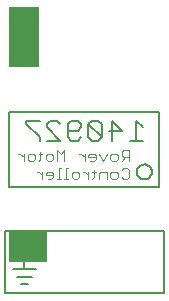
<source format=gbo>
G75*
%MOIN*%
%OFA0B0*%
%FSLAX24Y24*%
%IPPOS*%
%LPD*%
%AMOC8*
5,1,8,0,0,1.08239X$1,22.5*
%
%ADD10C,0.0080*%
%ADD11R,0.1000X0.2000*%
%ADD12R,0.1250X0.1000*%
%ADD13C,0.0040*%
D10*
X000162Y000993D02*
X000162Y003040D01*
X005438Y003040D01*
X005438Y000993D01*
X000162Y000993D01*
X000550Y001517D02*
X001050Y001517D01*
X001175Y001767D02*
X000800Y001767D01*
X000425Y001767D01*
X000800Y001767D02*
X000800Y002017D01*
X000675Y001267D02*
X000925Y001267D01*
X000300Y004517D02*
X005300Y004517D01*
X005300Y007017D01*
X000300Y007017D01*
X000300Y004517D01*
X001307Y006057D02*
X001307Y006168D01*
X000860Y006615D01*
X000860Y006727D01*
X001307Y006727D01*
X001551Y006615D02*
X001551Y006504D01*
X001998Y006057D01*
X001551Y006057D01*
X001551Y006615D02*
X001662Y006727D01*
X001886Y006727D01*
X001998Y006615D01*
X002241Y006615D02*
X002353Y006727D01*
X002576Y006727D01*
X002688Y006615D01*
X002688Y006504D01*
X002576Y006392D01*
X002241Y006392D01*
X002241Y006615D02*
X002241Y006168D01*
X002353Y006057D01*
X002576Y006057D01*
X002688Y006168D01*
X002932Y006168D02*
X003044Y006057D01*
X003267Y006057D01*
X003379Y006168D01*
X002932Y006615D01*
X002932Y006168D01*
X002932Y006615D02*
X003044Y006727D01*
X003267Y006727D01*
X003379Y006615D01*
X003379Y006168D01*
X003622Y006392D02*
X004069Y006392D01*
X003734Y006727D01*
X003734Y006057D01*
X004313Y006057D02*
X004760Y006057D01*
X004536Y006057D02*
X004536Y006727D01*
X004760Y006504D01*
X004550Y005017D02*
X004552Y005048D01*
X004558Y005079D01*
X004568Y005109D01*
X004581Y005137D01*
X004598Y005164D01*
X004618Y005188D01*
X004641Y005210D01*
X004666Y005228D01*
X004694Y005243D01*
X004723Y005255D01*
X004753Y005263D01*
X004784Y005267D01*
X004816Y005267D01*
X004847Y005263D01*
X004877Y005255D01*
X004906Y005243D01*
X004934Y005228D01*
X004959Y005210D01*
X004982Y005188D01*
X005002Y005164D01*
X005019Y005137D01*
X005032Y005109D01*
X005042Y005079D01*
X005048Y005048D01*
X005050Y005017D01*
X005048Y004986D01*
X005042Y004955D01*
X005032Y004925D01*
X005019Y004897D01*
X005002Y004870D01*
X004982Y004846D01*
X004959Y004824D01*
X004934Y004806D01*
X004906Y004791D01*
X004877Y004779D01*
X004847Y004771D01*
X004816Y004767D01*
X004784Y004767D01*
X004753Y004771D01*
X004723Y004779D01*
X004694Y004791D01*
X004666Y004806D01*
X004641Y004824D01*
X004618Y004846D01*
X004598Y004870D01*
X004581Y004897D01*
X004568Y004925D01*
X004558Y004955D01*
X004552Y004986D01*
X004550Y005017D01*
D11*
X000800Y009517D03*
D12*
X000925Y002517D03*
D13*
X001395Y004787D02*
X001395Y005027D01*
X001395Y004907D02*
X001275Y005027D01*
X001215Y005027D01*
X001523Y004967D02*
X001523Y004907D01*
X001763Y004907D01*
X001763Y004847D02*
X001763Y004967D01*
X001703Y005027D01*
X001583Y005027D01*
X001523Y004967D01*
X001583Y004787D02*
X001703Y004787D01*
X001763Y004847D01*
X001889Y004787D02*
X002009Y004787D01*
X001949Y004787D02*
X001949Y005147D01*
X002009Y005147D01*
X002194Y005147D02*
X002194Y004787D01*
X002254Y004787D02*
X002134Y004787D01*
X002382Y004847D02*
X002382Y004967D01*
X002442Y005027D01*
X002563Y005027D01*
X002623Y004967D01*
X002623Y004847D01*
X002563Y004787D01*
X002442Y004787D01*
X002382Y004847D01*
X002254Y005147D02*
X002194Y005147D01*
X002131Y005387D02*
X002131Y005747D01*
X002011Y005627D01*
X001891Y005747D01*
X001891Y005387D01*
X001763Y005447D02*
X001763Y005567D01*
X001703Y005627D01*
X001583Y005627D01*
X001523Y005567D01*
X001523Y005447D01*
X001583Y005387D01*
X001703Y005387D01*
X001763Y005447D01*
X001395Y005627D02*
X001275Y005627D01*
X001335Y005687D02*
X001335Y005447D01*
X001275Y005387D01*
X001149Y005447D02*
X001149Y005567D01*
X001089Y005627D01*
X000969Y005627D01*
X000909Y005567D01*
X000909Y005447D01*
X000969Y005387D01*
X001089Y005387D01*
X001149Y005447D01*
X000781Y005507D02*
X000661Y005627D01*
X000601Y005627D01*
X000781Y005627D02*
X000781Y005387D01*
X002627Y005627D02*
X002687Y005627D01*
X002807Y005507D01*
X002807Y005387D02*
X002807Y005627D01*
X002935Y005567D02*
X002935Y005507D01*
X003175Y005507D01*
X003175Y005447D02*
X003175Y005567D01*
X003115Y005627D01*
X002995Y005627D01*
X002935Y005567D01*
X002995Y005387D02*
X003115Y005387D01*
X003175Y005447D01*
X003303Y005627D02*
X003423Y005387D01*
X003543Y005627D01*
X003671Y005567D02*
X003671Y005447D01*
X003732Y005387D01*
X003852Y005387D01*
X003912Y005447D01*
X003912Y005567D01*
X003852Y005627D01*
X003732Y005627D01*
X003671Y005567D01*
X004040Y005567D02*
X004100Y005507D01*
X004280Y005507D01*
X004160Y005507D02*
X004040Y005387D01*
X004040Y005567D02*
X004040Y005687D01*
X004100Y005747D01*
X004280Y005747D01*
X004280Y005387D01*
X004220Y005147D02*
X004100Y005147D01*
X004040Y005087D01*
X003912Y004967D02*
X003912Y004847D01*
X003852Y004787D01*
X003732Y004787D01*
X003671Y004847D01*
X003671Y004967D01*
X003732Y005027D01*
X003852Y005027D01*
X003912Y004967D01*
X004040Y004847D02*
X004100Y004787D01*
X004220Y004787D01*
X004280Y004847D01*
X004280Y005087D01*
X004220Y005147D01*
X003543Y005027D02*
X003543Y004787D01*
X003543Y005027D02*
X003363Y005027D01*
X003303Y004967D01*
X003303Y004787D01*
X003115Y004847D02*
X003055Y004787D01*
X003115Y004847D02*
X003115Y005087D01*
X003175Y005027D02*
X003055Y005027D01*
X002930Y005027D02*
X002930Y004787D01*
X002930Y004907D02*
X002809Y005027D01*
X002749Y005027D01*
M02*

</source>
